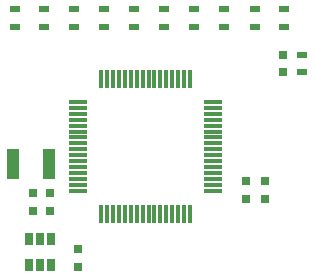
<source format=gbr>
G04 #@! TF.FileFunction,Paste,Top*
%FSLAX46Y46*%
G04 Gerber Fmt 4.6, Leading zero omitted, Abs format (unit mm)*
G04 Created by KiCad (PCBNEW 4.0.4-stable) date Wednesday, May 10, 2017 'PMt' 03:49:53 PM*
%MOMM*%
%LPD*%
G01*
G04 APERTURE LIST*
%ADD10C,0.100000*%
%ADD11R,0.750000X0.800000*%
%ADD12R,0.800000X0.750000*%
%ADD13R,1.000000X2.500000*%
%ADD14R,0.900000X0.500000*%
%ADD15R,0.650000X1.060000*%
%ADD16R,0.300000X1.500000*%
%ADD17R,1.500000X0.300000*%
G04 APERTURE END LIST*
D10*
D11*
X40698420Y-61713680D03*
X40698420Y-63213680D03*
D12*
X38329300Y-58534300D03*
X36829300Y-58534300D03*
X38329300Y-56984900D03*
X36829300Y-56984900D03*
D11*
X54897020Y-57488520D03*
X54897020Y-55988520D03*
X56497220Y-57488520D03*
X56497220Y-55988520D03*
X58039000Y-45262100D03*
X58039000Y-46762100D03*
D13*
X38190300Y-54571900D03*
X35190300Y-54571900D03*
D14*
X35306000Y-42939400D03*
X35306000Y-41439400D03*
X37820600Y-42914000D03*
X37820600Y-41414000D03*
X40360600Y-42914000D03*
X40360600Y-41414000D03*
X42900600Y-42914000D03*
X42900600Y-41414000D03*
X45440600Y-42914000D03*
X45440600Y-41414000D03*
X59639200Y-45262100D03*
X59639200Y-46762100D03*
X47980600Y-42914000D03*
X47980600Y-41414000D03*
X50520600Y-42914000D03*
X50520600Y-41414000D03*
X53035200Y-42914000D03*
X53035200Y-41414000D03*
X55626000Y-42914000D03*
X55626000Y-41414000D03*
X58140600Y-42914000D03*
X58140600Y-41414000D03*
D15*
X36487060Y-63091240D03*
X37437060Y-63091240D03*
X38387060Y-63091240D03*
X38387060Y-60891240D03*
X36487060Y-60891240D03*
X37437060Y-60891240D03*
D16*
X50130400Y-47335200D03*
X49630400Y-47335200D03*
X49130400Y-47335200D03*
X48630400Y-47335200D03*
X48130400Y-47335200D03*
X47630400Y-47335200D03*
X47130400Y-47335200D03*
X46630400Y-47335200D03*
X46130400Y-47335200D03*
X45630400Y-47335200D03*
X45130400Y-47335200D03*
X44630400Y-47335200D03*
X44130400Y-47335200D03*
X43630400Y-47335200D03*
X43130400Y-47335200D03*
X42630400Y-47335200D03*
D17*
X40680400Y-49285200D03*
X40680400Y-49785200D03*
X40680400Y-50285200D03*
X40680400Y-50785200D03*
X40680400Y-51285200D03*
X40680400Y-51785200D03*
X40680400Y-52285200D03*
X40680400Y-52785200D03*
X40680400Y-53285200D03*
X40680400Y-53785200D03*
X40680400Y-54285200D03*
X40680400Y-54785200D03*
X40680400Y-55285200D03*
X40680400Y-55785200D03*
X40680400Y-56285200D03*
X40680400Y-56785200D03*
D16*
X42630400Y-58735200D03*
X43130400Y-58735200D03*
X43630400Y-58735200D03*
X44130400Y-58735200D03*
X44630400Y-58735200D03*
X45130400Y-58735200D03*
X45630400Y-58735200D03*
X46130400Y-58735200D03*
X46630400Y-58735200D03*
X47130400Y-58735200D03*
X47630400Y-58735200D03*
X48130400Y-58735200D03*
X48630400Y-58735200D03*
X49130400Y-58735200D03*
X49630400Y-58735200D03*
X50130400Y-58735200D03*
D17*
X52080400Y-56785200D03*
X52080400Y-56285200D03*
X52080400Y-55785200D03*
X52080400Y-55285200D03*
X52080400Y-54785200D03*
X52080400Y-54285200D03*
X52080400Y-53785200D03*
X52080400Y-53285200D03*
X52080400Y-52785200D03*
X52080400Y-52285200D03*
X52080400Y-51785200D03*
X52080400Y-51285200D03*
X52080400Y-50785200D03*
X52080400Y-50285200D03*
X52080400Y-49785200D03*
X52080400Y-49285200D03*
M02*

</source>
